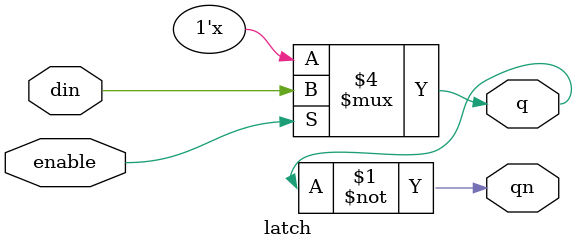
<source format=v>

module dff (q, qn, d, set, reset, clk);

	input d, set, reset, clk;
	output reg q; output qn;
 
	assign qn = ~q;
	
	always @ (posedge clk)
	begin
		if (reset == 0) q <= 0;
		else if (set == 0) q <= 1;
		else q <= d;
	end
endmodule

// Transparent latch with enable

module latch (q, qn, din, enable);

	input din, enable;
	output reg q;
	output qn;
	
	assign qn = ~q;
	
	always @ (din, enable)
		begin
			if (enable) q = din;
		end
endmodule
	

</source>
